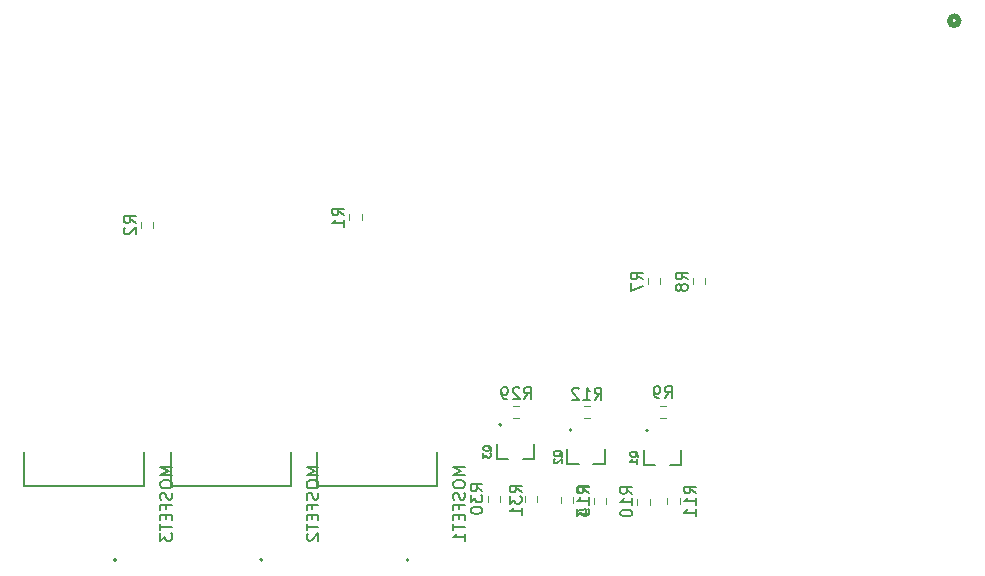
<source format=gbr>
%TF.GenerationSoftware,KiCad,Pcbnew,8.0.5*%
%TF.CreationDate,2024-10-09T10:19:28-04:00*%
%TF.ProjectId,Scout_Board,53636f75-745f-4426-9f61-72642e6b6963,rev?*%
%TF.SameCoordinates,Original*%
%TF.FileFunction,Legend,Bot*%
%TF.FilePolarity,Positive*%
%FSLAX46Y46*%
G04 Gerber Fmt 4.6, Leading zero omitted, Abs format (unit mm)*
G04 Created by KiCad (PCBNEW 8.0.5) date 2024-10-09 10:19:28*
%MOMM*%
%LPD*%
G01*
G04 APERTURE LIST*
%ADD10C,0.150000*%
%ADD11C,0.508000*%
%ADD12C,0.120000*%
%ADD13C,0.127000*%
%ADD14C,0.200000*%
G04 APERTURE END LIST*
D10*
X223052819Y-168671642D02*
X222576628Y-168338309D01*
X223052819Y-168100214D02*
X222052819Y-168100214D01*
X222052819Y-168100214D02*
X222052819Y-168481166D01*
X222052819Y-168481166D02*
X222100438Y-168576404D01*
X222100438Y-168576404D02*
X222148057Y-168624023D01*
X222148057Y-168624023D02*
X222243295Y-168671642D01*
X222243295Y-168671642D02*
X222386152Y-168671642D01*
X222386152Y-168671642D02*
X222481390Y-168624023D01*
X222481390Y-168624023D02*
X222529009Y-168576404D01*
X222529009Y-168576404D02*
X222576628Y-168481166D01*
X222576628Y-168481166D02*
X222576628Y-168100214D01*
X223052819Y-169624023D02*
X223052819Y-169052595D01*
X223052819Y-169338309D02*
X222052819Y-169338309D01*
X222052819Y-169338309D02*
X222195676Y-169243071D01*
X222195676Y-169243071D02*
X222290914Y-169147833D01*
X222290914Y-169147833D02*
X222338533Y-169052595D01*
X222052819Y-169957357D02*
X222052819Y-170576404D01*
X222052819Y-170576404D02*
X222433771Y-170243071D01*
X222433771Y-170243071D02*
X222433771Y-170385928D01*
X222433771Y-170385928D02*
X222481390Y-170481166D01*
X222481390Y-170481166D02*
X222529009Y-170528785D01*
X222529009Y-170528785D02*
X222624247Y-170576404D01*
X222624247Y-170576404D02*
X222862342Y-170576404D01*
X222862342Y-170576404D02*
X222957580Y-170528785D01*
X222957580Y-170528785D02*
X223005200Y-170481166D01*
X223005200Y-170481166D02*
X223052819Y-170385928D01*
X223052819Y-170385928D02*
X223052819Y-170100214D01*
X223052819Y-170100214D02*
X223005200Y-170004976D01*
X223005200Y-170004976D02*
X222957580Y-169957357D01*
X223118819Y-168624642D02*
X222642628Y-168291309D01*
X223118819Y-168053214D02*
X222118819Y-168053214D01*
X222118819Y-168053214D02*
X222118819Y-168434166D01*
X222118819Y-168434166D02*
X222166438Y-168529404D01*
X222166438Y-168529404D02*
X222214057Y-168577023D01*
X222214057Y-168577023D02*
X222309295Y-168624642D01*
X222309295Y-168624642D02*
X222452152Y-168624642D01*
X222452152Y-168624642D02*
X222547390Y-168577023D01*
X222547390Y-168577023D02*
X222595009Y-168529404D01*
X222595009Y-168529404D02*
X222642628Y-168434166D01*
X222642628Y-168434166D02*
X222642628Y-168053214D01*
X223118819Y-169577023D02*
X223118819Y-169005595D01*
X223118819Y-169291309D02*
X222118819Y-169291309D01*
X222118819Y-169291309D02*
X222261676Y-169196071D01*
X222261676Y-169196071D02*
X222356914Y-169100833D01*
X222356914Y-169100833D02*
X222404533Y-169005595D01*
X222452152Y-170434166D02*
X223118819Y-170434166D01*
X222071200Y-170196071D02*
X222785485Y-169957976D01*
X222785485Y-169957976D02*
X222785485Y-170577023D01*
X212559819Y-166473571D02*
X211559819Y-166473571D01*
X211559819Y-166473571D02*
X212274104Y-166806904D01*
X212274104Y-166806904D02*
X211559819Y-167140237D01*
X211559819Y-167140237D02*
X212559819Y-167140237D01*
X211559819Y-167806904D02*
X211559819Y-167997380D01*
X211559819Y-167997380D02*
X211607438Y-168092618D01*
X211607438Y-168092618D02*
X211702676Y-168187856D01*
X211702676Y-168187856D02*
X211893152Y-168235475D01*
X211893152Y-168235475D02*
X212226485Y-168235475D01*
X212226485Y-168235475D02*
X212416961Y-168187856D01*
X212416961Y-168187856D02*
X212512200Y-168092618D01*
X212512200Y-168092618D02*
X212559819Y-167997380D01*
X212559819Y-167997380D02*
X212559819Y-167806904D01*
X212559819Y-167806904D02*
X212512200Y-167711666D01*
X212512200Y-167711666D02*
X212416961Y-167616428D01*
X212416961Y-167616428D02*
X212226485Y-167568809D01*
X212226485Y-167568809D02*
X211893152Y-167568809D01*
X211893152Y-167568809D02*
X211702676Y-167616428D01*
X211702676Y-167616428D02*
X211607438Y-167711666D01*
X211607438Y-167711666D02*
X211559819Y-167806904D01*
X212512200Y-168616428D02*
X212559819Y-168759285D01*
X212559819Y-168759285D02*
X212559819Y-168997380D01*
X212559819Y-168997380D02*
X212512200Y-169092618D01*
X212512200Y-169092618D02*
X212464580Y-169140237D01*
X212464580Y-169140237D02*
X212369342Y-169187856D01*
X212369342Y-169187856D02*
X212274104Y-169187856D01*
X212274104Y-169187856D02*
X212178866Y-169140237D01*
X212178866Y-169140237D02*
X212131247Y-169092618D01*
X212131247Y-169092618D02*
X212083628Y-168997380D01*
X212083628Y-168997380D02*
X212036009Y-168806904D01*
X212036009Y-168806904D02*
X211988390Y-168711666D01*
X211988390Y-168711666D02*
X211940771Y-168664047D01*
X211940771Y-168664047D02*
X211845533Y-168616428D01*
X211845533Y-168616428D02*
X211750295Y-168616428D01*
X211750295Y-168616428D02*
X211655057Y-168664047D01*
X211655057Y-168664047D02*
X211607438Y-168711666D01*
X211607438Y-168711666D02*
X211559819Y-168806904D01*
X211559819Y-168806904D02*
X211559819Y-169044999D01*
X211559819Y-169044999D02*
X211607438Y-169187856D01*
X212036009Y-169949761D02*
X212036009Y-169616428D01*
X212559819Y-169616428D02*
X211559819Y-169616428D01*
X211559819Y-169616428D02*
X211559819Y-170092618D01*
X212036009Y-170473571D02*
X212036009Y-170806904D01*
X212559819Y-170949761D02*
X212559819Y-170473571D01*
X212559819Y-170473571D02*
X211559819Y-170473571D01*
X211559819Y-170473571D02*
X211559819Y-170949761D01*
X211559819Y-171235476D02*
X211559819Y-171806904D01*
X212559819Y-171521190D02*
X211559819Y-171521190D01*
X212559819Y-172664047D02*
X212559819Y-172092619D01*
X212559819Y-172378333D02*
X211559819Y-172378333D01*
X211559819Y-172378333D02*
X211702676Y-172283095D01*
X211702676Y-172283095D02*
X211797914Y-172187857D01*
X211797914Y-172187857D02*
X211845533Y-172092619D01*
X217558857Y-160684819D02*
X217892190Y-160208628D01*
X218130285Y-160684819D02*
X218130285Y-159684819D01*
X218130285Y-159684819D02*
X217749333Y-159684819D01*
X217749333Y-159684819D02*
X217654095Y-159732438D01*
X217654095Y-159732438D02*
X217606476Y-159780057D01*
X217606476Y-159780057D02*
X217558857Y-159875295D01*
X217558857Y-159875295D02*
X217558857Y-160018152D01*
X217558857Y-160018152D02*
X217606476Y-160113390D01*
X217606476Y-160113390D02*
X217654095Y-160161009D01*
X217654095Y-160161009D02*
X217749333Y-160208628D01*
X217749333Y-160208628D02*
X218130285Y-160208628D01*
X217177904Y-159780057D02*
X217130285Y-159732438D01*
X217130285Y-159732438D02*
X217035047Y-159684819D01*
X217035047Y-159684819D02*
X216796952Y-159684819D01*
X216796952Y-159684819D02*
X216701714Y-159732438D01*
X216701714Y-159732438D02*
X216654095Y-159780057D01*
X216654095Y-159780057D02*
X216606476Y-159875295D01*
X216606476Y-159875295D02*
X216606476Y-159970533D01*
X216606476Y-159970533D02*
X216654095Y-160113390D01*
X216654095Y-160113390D02*
X217225523Y-160684819D01*
X217225523Y-160684819D02*
X216606476Y-160684819D01*
X216130285Y-160684819D02*
X215939809Y-160684819D01*
X215939809Y-160684819D02*
X215844571Y-160637200D01*
X215844571Y-160637200D02*
X215796952Y-160589580D01*
X215796952Y-160589580D02*
X215701714Y-160446723D01*
X215701714Y-160446723D02*
X215654095Y-160256247D01*
X215654095Y-160256247D02*
X215654095Y-159875295D01*
X215654095Y-159875295D02*
X215701714Y-159780057D01*
X215701714Y-159780057D02*
X215749333Y-159732438D01*
X215749333Y-159732438D02*
X215844571Y-159684819D01*
X215844571Y-159684819D02*
X216035047Y-159684819D01*
X216035047Y-159684819D02*
X216130285Y-159732438D01*
X216130285Y-159732438D02*
X216177904Y-159780057D01*
X216177904Y-159780057D02*
X216225523Y-159875295D01*
X216225523Y-159875295D02*
X216225523Y-160113390D01*
X216225523Y-160113390D02*
X216177904Y-160208628D01*
X216177904Y-160208628D02*
X216130285Y-160256247D01*
X216130285Y-160256247D02*
X216035047Y-160303866D01*
X216035047Y-160303866D02*
X215844571Y-160303866D01*
X215844571Y-160303866D02*
X215749333Y-160256247D01*
X215749333Y-160256247D02*
X215701714Y-160208628D01*
X215701714Y-160208628D02*
X215654095Y-160113390D01*
X220821228Y-165547047D02*
X220790752Y-165486095D01*
X220790752Y-165486095D02*
X220729800Y-165425142D01*
X220729800Y-165425142D02*
X220638371Y-165333714D01*
X220638371Y-165333714D02*
X220607895Y-165272761D01*
X220607895Y-165272761D02*
X220607895Y-165211809D01*
X220760276Y-165242285D02*
X220729800Y-165181333D01*
X220729800Y-165181333D02*
X220668847Y-165120380D01*
X220668847Y-165120380D02*
X220546942Y-165089904D01*
X220546942Y-165089904D02*
X220333609Y-165089904D01*
X220333609Y-165089904D02*
X220211704Y-165120380D01*
X220211704Y-165120380D02*
X220150752Y-165181333D01*
X220150752Y-165181333D02*
X220120276Y-165242285D01*
X220120276Y-165242285D02*
X220120276Y-165364190D01*
X220120276Y-165364190D02*
X220150752Y-165425142D01*
X220150752Y-165425142D02*
X220211704Y-165486095D01*
X220211704Y-165486095D02*
X220333609Y-165516571D01*
X220333609Y-165516571D02*
X220546942Y-165516571D01*
X220546942Y-165516571D02*
X220668847Y-165486095D01*
X220668847Y-165486095D02*
X220729800Y-165425142D01*
X220729800Y-165425142D02*
X220760276Y-165364190D01*
X220760276Y-165364190D02*
X220760276Y-165242285D01*
X220181228Y-165760380D02*
X220150752Y-165790856D01*
X220150752Y-165790856D02*
X220120276Y-165851809D01*
X220120276Y-165851809D02*
X220120276Y-166004190D01*
X220120276Y-166004190D02*
X220150752Y-166065142D01*
X220150752Y-166065142D02*
X220181228Y-166095618D01*
X220181228Y-166095618D02*
X220242180Y-166126095D01*
X220242180Y-166126095D02*
X220303133Y-166126095D01*
X220303133Y-166126095D02*
X220394561Y-166095618D01*
X220394561Y-166095618D02*
X220760276Y-165729904D01*
X220760276Y-165729904D02*
X220760276Y-166126095D01*
X217370819Y-168580642D02*
X216894628Y-168247309D01*
X217370819Y-168009214D02*
X216370819Y-168009214D01*
X216370819Y-168009214D02*
X216370819Y-168390166D01*
X216370819Y-168390166D02*
X216418438Y-168485404D01*
X216418438Y-168485404D02*
X216466057Y-168533023D01*
X216466057Y-168533023D02*
X216561295Y-168580642D01*
X216561295Y-168580642D02*
X216704152Y-168580642D01*
X216704152Y-168580642D02*
X216799390Y-168533023D01*
X216799390Y-168533023D02*
X216847009Y-168485404D01*
X216847009Y-168485404D02*
X216894628Y-168390166D01*
X216894628Y-168390166D02*
X216894628Y-168009214D01*
X216370819Y-168913976D02*
X216370819Y-169533023D01*
X216370819Y-169533023D02*
X216751771Y-169199690D01*
X216751771Y-169199690D02*
X216751771Y-169342547D01*
X216751771Y-169342547D02*
X216799390Y-169437785D01*
X216799390Y-169437785D02*
X216847009Y-169485404D01*
X216847009Y-169485404D02*
X216942247Y-169533023D01*
X216942247Y-169533023D02*
X217180342Y-169533023D01*
X217180342Y-169533023D02*
X217275580Y-169485404D01*
X217275580Y-169485404D02*
X217323200Y-169437785D01*
X217323200Y-169437785D02*
X217370819Y-169342547D01*
X217370819Y-169342547D02*
X217370819Y-169056833D01*
X217370819Y-169056833D02*
X217323200Y-168961595D01*
X217323200Y-168961595D02*
X217275580Y-168913976D01*
X217370819Y-170485404D02*
X217370819Y-169913976D01*
X217370819Y-170199690D02*
X216370819Y-170199690D01*
X216370819Y-170199690D02*
X216513676Y-170104452D01*
X216513676Y-170104452D02*
X216608914Y-170009214D01*
X216608914Y-170009214D02*
X216656533Y-169913976D01*
X229500166Y-160596819D02*
X229833499Y-160120628D01*
X230071594Y-160596819D02*
X230071594Y-159596819D01*
X230071594Y-159596819D02*
X229690642Y-159596819D01*
X229690642Y-159596819D02*
X229595404Y-159644438D01*
X229595404Y-159644438D02*
X229547785Y-159692057D01*
X229547785Y-159692057D02*
X229500166Y-159787295D01*
X229500166Y-159787295D02*
X229500166Y-159930152D01*
X229500166Y-159930152D02*
X229547785Y-160025390D01*
X229547785Y-160025390D02*
X229595404Y-160073009D01*
X229595404Y-160073009D02*
X229690642Y-160120628D01*
X229690642Y-160120628D02*
X230071594Y-160120628D01*
X229023975Y-160596819D02*
X228833499Y-160596819D01*
X228833499Y-160596819D02*
X228738261Y-160549200D01*
X228738261Y-160549200D02*
X228690642Y-160501580D01*
X228690642Y-160501580D02*
X228595404Y-160358723D01*
X228595404Y-160358723D02*
X228547785Y-160168247D01*
X228547785Y-160168247D02*
X228547785Y-159787295D01*
X228547785Y-159787295D02*
X228595404Y-159692057D01*
X228595404Y-159692057D02*
X228643023Y-159644438D01*
X228643023Y-159644438D02*
X228738261Y-159596819D01*
X228738261Y-159596819D02*
X228928737Y-159596819D01*
X228928737Y-159596819D02*
X229023975Y-159644438D01*
X229023975Y-159644438D02*
X229071594Y-159692057D01*
X229071594Y-159692057D02*
X229119213Y-159787295D01*
X229119213Y-159787295D02*
X229119213Y-160025390D01*
X229119213Y-160025390D02*
X229071594Y-160120628D01*
X229071594Y-160120628D02*
X229023975Y-160168247D01*
X229023975Y-160168247D02*
X228928737Y-160215866D01*
X228928737Y-160215866D02*
X228738261Y-160215866D01*
X228738261Y-160215866D02*
X228643023Y-160168247D01*
X228643023Y-160168247D02*
X228595404Y-160120628D01*
X228595404Y-160120628D02*
X228547785Y-160025390D01*
X214821328Y-165071047D02*
X214790852Y-165010095D01*
X214790852Y-165010095D02*
X214729900Y-164949142D01*
X214729900Y-164949142D02*
X214638471Y-164857714D01*
X214638471Y-164857714D02*
X214607995Y-164796761D01*
X214607995Y-164796761D02*
X214607995Y-164735809D01*
X214760376Y-164766285D02*
X214729900Y-164705333D01*
X214729900Y-164705333D02*
X214668947Y-164644380D01*
X214668947Y-164644380D02*
X214547042Y-164613904D01*
X214547042Y-164613904D02*
X214333709Y-164613904D01*
X214333709Y-164613904D02*
X214211804Y-164644380D01*
X214211804Y-164644380D02*
X214150852Y-164705333D01*
X214150852Y-164705333D02*
X214120376Y-164766285D01*
X214120376Y-164766285D02*
X214120376Y-164888190D01*
X214120376Y-164888190D02*
X214150852Y-164949142D01*
X214150852Y-164949142D02*
X214211804Y-165010095D01*
X214211804Y-165010095D02*
X214333709Y-165040571D01*
X214333709Y-165040571D02*
X214547042Y-165040571D01*
X214547042Y-165040571D02*
X214668947Y-165010095D01*
X214668947Y-165010095D02*
X214729900Y-164949142D01*
X214729900Y-164949142D02*
X214760376Y-164888190D01*
X214760376Y-164888190D02*
X214760376Y-164766285D01*
X214120376Y-165253904D02*
X214120376Y-165650095D01*
X214120376Y-165650095D02*
X214364185Y-165436761D01*
X214364185Y-165436761D02*
X214364185Y-165528190D01*
X214364185Y-165528190D02*
X214394661Y-165589142D01*
X214394661Y-165589142D02*
X214425138Y-165619618D01*
X214425138Y-165619618D02*
X214486090Y-165650095D01*
X214486090Y-165650095D02*
X214638471Y-165650095D01*
X214638471Y-165650095D02*
X214699423Y-165619618D01*
X214699423Y-165619618D02*
X214729900Y-165589142D01*
X214729900Y-165589142D02*
X214760376Y-165528190D01*
X214760376Y-165528190D02*
X214760376Y-165345333D01*
X214760376Y-165345333D02*
X214729900Y-165284380D01*
X214729900Y-165284380D02*
X214699423Y-165253904D01*
X227238828Y-165579047D02*
X227208352Y-165518095D01*
X227208352Y-165518095D02*
X227147400Y-165457142D01*
X227147400Y-165457142D02*
X227055971Y-165365714D01*
X227055971Y-165365714D02*
X227025495Y-165304761D01*
X227025495Y-165304761D02*
X227025495Y-165243809D01*
X227177876Y-165274285D02*
X227147400Y-165213333D01*
X227147400Y-165213333D02*
X227086447Y-165152380D01*
X227086447Y-165152380D02*
X226964542Y-165121904D01*
X226964542Y-165121904D02*
X226751209Y-165121904D01*
X226751209Y-165121904D02*
X226629304Y-165152380D01*
X226629304Y-165152380D02*
X226568352Y-165213333D01*
X226568352Y-165213333D02*
X226537876Y-165274285D01*
X226537876Y-165274285D02*
X226537876Y-165396190D01*
X226537876Y-165396190D02*
X226568352Y-165457142D01*
X226568352Y-165457142D02*
X226629304Y-165518095D01*
X226629304Y-165518095D02*
X226751209Y-165548571D01*
X226751209Y-165548571D02*
X226964542Y-165548571D01*
X226964542Y-165548571D02*
X227086447Y-165518095D01*
X227086447Y-165518095D02*
X227147400Y-165457142D01*
X227147400Y-165457142D02*
X227177876Y-165396190D01*
X227177876Y-165396190D02*
X227177876Y-165274285D01*
X227177876Y-166158095D02*
X227177876Y-165792380D01*
X227177876Y-165975237D02*
X226537876Y-165975237D01*
X226537876Y-165975237D02*
X226629304Y-165914285D01*
X226629304Y-165914285D02*
X226690257Y-165853333D01*
X226690257Y-165853333D02*
X226720733Y-165792380D01*
X231434819Y-150558833D02*
X230958628Y-150225500D01*
X231434819Y-149987405D02*
X230434819Y-149987405D01*
X230434819Y-149987405D02*
X230434819Y-150368357D01*
X230434819Y-150368357D02*
X230482438Y-150463595D01*
X230482438Y-150463595D02*
X230530057Y-150511214D01*
X230530057Y-150511214D02*
X230625295Y-150558833D01*
X230625295Y-150558833D02*
X230768152Y-150558833D01*
X230768152Y-150558833D02*
X230863390Y-150511214D01*
X230863390Y-150511214D02*
X230911009Y-150463595D01*
X230911009Y-150463595D02*
X230958628Y-150368357D01*
X230958628Y-150368357D02*
X230958628Y-149987405D01*
X230863390Y-151130262D02*
X230815771Y-151035024D01*
X230815771Y-151035024D02*
X230768152Y-150987405D01*
X230768152Y-150987405D02*
X230672914Y-150939786D01*
X230672914Y-150939786D02*
X230625295Y-150939786D01*
X230625295Y-150939786D02*
X230530057Y-150987405D01*
X230530057Y-150987405D02*
X230482438Y-151035024D01*
X230482438Y-151035024D02*
X230434819Y-151130262D01*
X230434819Y-151130262D02*
X230434819Y-151320738D01*
X230434819Y-151320738D02*
X230482438Y-151415976D01*
X230482438Y-151415976D02*
X230530057Y-151463595D01*
X230530057Y-151463595D02*
X230625295Y-151511214D01*
X230625295Y-151511214D02*
X230672914Y-151511214D01*
X230672914Y-151511214D02*
X230768152Y-151463595D01*
X230768152Y-151463595D02*
X230815771Y-151415976D01*
X230815771Y-151415976D02*
X230863390Y-151320738D01*
X230863390Y-151320738D02*
X230863390Y-151130262D01*
X230863390Y-151130262D02*
X230911009Y-151035024D01*
X230911009Y-151035024D02*
X230958628Y-150987405D01*
X230958628Y-150987405D02*
X231053866Y-150939786D01*
X231053866Y-150939786D02*
X231244342Y-150939786D01*
X231244342Y-150939786D02*
X231339580Y-150987405D01*
X231339580Y-150987405D02*
X231387200Y-151035024D01*
X231387200Y-151035024D02*
X231434819Y-151130262D01*
X231434819Y-151130262D02*
X231434819Y-151320738D01*
X231434819Y-151320738D02*
X231387200Y-151415976D01*
X231387200Y-151415976D02*
X231339580Y-151463595D01*
X231339580Y-151463595D02*
X231244342Y-151511214D01*
X231244342Y-151511214D02*
X231053866Y-151511214D01*
X231053866Y-151511214D02*
X230958628Y-151463595D01*
X230958628Y-151463595D02*
X230911009Y-151415976D01*
X230911009Y-151415976D02*
X230863390Y-151320738D01*
X232130819Y-168668642D02*
X231654628Y-168335309D01*
X232130819Y-168097214D02*
X231130819Y-168097214D01*
X231130819Y-168097214D02*
X231130819Y-168478166D01*
X231130819Y-168478166D02*
X231178438Y-168573404D01*
X231178438Y-168573404D02*
X231226057Y-168621023D01*
X231226057Y-168621023D02*
X231321295Y-168668642D01*
X231321295Y-168668642D02*
X231464152Y-168668642D01*
X231464152Y-168668642D02*
X231559390Y-168621023D01*
X231559390Y-168621023D02*
X231607009Y-168573404D01*
X231607009Y-168573404D02*
X231654628Y-168478166D01*
X231654628Y-168478166D02*
X231654628Y-168097214D01*
X232130819Y-169621023D02*
X232130819Y-169049595D01*
X232130819Y-169335309D02*
X231130819Y-169335309D01*
X231130819Y-169335309D02*
X231273676Y-169240071D01*
X231273676Y-169240071D02*
X231368914Y-169144833D01*
X231368914Y-169144833D02*
X231416533Y-169049595D01*
X232130819Y-170573404D02*
X232130819Y-170001976D01*
X232130819Y-170287690D02*
X231130819Y-170287690D01*
X231130819Y-170287690D02*
X231273676Y-170192452D01*
X231273676Y-170192452D02*
X231368914Y-170097214D01*
X231368914Y-170097214D02*
X231416533Y-170001976D01*
X226730819Y-168715642D02*
X226254628Y-168382309D01*
X226730819Y-168144214D02*
X225730819Y-168144214D01*
X225730819Y-168144214D02*
X225730819Y-168525166D01*
X225730819Y-168525166D02*
X225778438Y-168620404D01*
X225778438Y-168620404D02*
X225826057Y-168668023D01*
X225826057Y-168668023D02*
X225921295Y-168715642D01*
X225921295Y-168715642D02*
X226064152Y-168715642D01*
X226064152Y-168715642D02*
X226159390Y-168668023D01*
X226159390Y-168668023D02*
X226207009Y-168620404D01*
X226207009Y-168620404D02*
X226254628Y-168525166D01*
X226254628Y-168525166D02*
X226254628Y-168144214D01*
X226730819Y-169668023D02*
X226730819Y-169096595D01*
X226730819Y-169382309D02*
X225730819Y-169382309D01*
X225730819Y-169382309D02*
X225873676Y-169287071D01*
X225873676Y-169287071D02*
X225968914Y-169191833D01*
X225968914Y-169191833D02*
X226016533Y-169096595D01*
X225730819Y-170287071D02*
X225730819Y-170382309D01*
X225730819Y-170382309D02*
X225778438Y-170477547D01*
X225778438Y-170477547D02*
X225826057Y-170525166D01*
X225826057Y-170525166D02*
X225921295Y-170572785D01*
X225921295Y-170572785D02*
X226111771Y-170620404D01*
X226111771Y-170620404D02*
X226349866Y-170620404D01*
X226349866Y-170620404D02*
X226540342Y-170572785D01*
X226540342Y-170572785D02*
X226635580Y-170525166D01*
X226635580Y-170525166D02*
X226683200Y-170477547D01*
X226683200Y-170477547D02*
X226730819Y-170382309D01*
X226730819Y-170382309D02*
X226730819Y-170287071D01*
X226730819Y-170287071D02*
X226683200Y-170191833D01*
X226683200Y-170191833D02*
X226635580Y-170144214D01*
X226635580Y-170144214D02*
X226540342Y-170096595D01*
X226540342Y-170096595D02*
X226349866Y-170048976D01*
X226349866Y-170048976D02*
X226111771Y-170048976D01*
X226111771Y-170048976D02*
X225921295Y-170096595D01*
X225921295Y-170096595D02*
X225826057Y-170144214D01*
X225826057Y-170144214D02*
X225778438Y-170191833D01*
X225778438Y-170191833D02*
X225730819Y-170287071D01*
X202328319Y-145121333D02*
X201852128Y-144788000D01*
X202328319Y-144549905D02*
X201328319Y-144549905D01*
X201328319Y-144549905D02*
X201328319Y-144930857D01*
X201328319Y-144930857D02*
X201375938Y-145026095D01*
X201375938Y-145026095D02*
X201423557Y-145073714D01*
X201423557Y-145073714D02*
X201518795Y-145121333D01*
X201518795Y-145121333D02*
X201661652Y-145121333D01*
X201661652Y-145121333D02*
X201756890Y-145073714D01*
X201756890Y-145073714D02*
X201804509Y-145026095D01*
X201804509Y-145026095D02*
X201852128Y-144930857D01*
X201852128Y-144930857D02*
X201852128Y-144549905D01*
X202328319Y-146073714D02*
X202328319Y-145502286D01*
X202328319Y-145788000D02*
X201328319Y-145788000D01*
X201328319Y-145788000D02*
X201471176Y-145692762D01*
X201471176Y-145692762D02*
X201566414Y-145597524D01*
X201566414Y-145597524D02*
X201614033Y-145502286D01*
X184698819Y-145779833D02*
X184222628Y-145446500D01*
X184698819Y-145208405D02*
X183698819Y-145208405D01*
X183698819Y-145208405D02*
X183698819Y-145589357D01*
X183698819Y-145589357D02*
X183746438Y-145684595D01*
X183746438Y-145684595D02*
X183794057Y-145732214D01*
X183794057Y-145732214D02*
X183889295Y-145779833D01*
X183889295Y-145779833D02*
X184032152Y-145779833D01*
X184032152Y-145779833D02*
X184127390Y-145732214D01*
X184127390Y-145732214D02*
X184175009Y-145684595D01*
X184175009Y-145684595D02*
X184222628Y-145589357D01*
X184222628Y-145589357D02*
X184222628Y-145208405D01*
X183794057Y-146160786D02*
X183746438Y-146208405D01*
X183746438Y-146208405D02*
X183698819Y-146303643D01*
X183698819Y-146303643D02*
X183698819Y-146541738D01*
X183698819Y-146541738D02*
X183746438Y-146636976D01*
X183746438Y-146636976D02*
X183794057Y-146684595D01*
X183794057Y-146684595D02*
X183889295Y-146732214D01*
X183889295Y-146732214D02*
X183984533Y-146732214D01*
X183984533Y-146732214D02*
X184127390Y-146684595D01*
X184127390Y-146684595D02*
X184698819Y-146113167D01*
X184698819Y-146113167D02*
X184698819Y-146732214D01*
X227624819Y-150558833D02*
X227148628Y-150225500D01*
X227624819Y-149987405D02*
X226624819Y-149987405D01*
X226624819Y-149987405D02*
X226624819Y-150368357D01*
X226624819Y-150368357D02*
X226672438Y-150463595D01*
X226672438Y-150463595D02*
X226720057Y-150511214D01*
X226720057Y-150511214D02*
X226815295Y-150558833D01*
X226815295Y-150558833D02*
X226958152Y-150558833D01*
X226958152Y-150558833D02*
X227053390Y-150511214D01*
X227053390Y-150511214D02*
X227101009Y-150463595D01*
X227101009Y-150463595D02*
X227148628Y-150368357D01*
X227148628Y-150368357D02*
X227148628Y-149987405D01*
X226624819Y-150892167D02*
X226624819Y-151558833D01*
X226624819Y-151558833D02*
X227624819Y-151130262D01*
X200169819Y-166473571D02*
X199169819Y-166473571D01*
X199169819Y-166473571D02*
X199884104Y-166806904D01*
X199884104Y-166806904D02*
X199169819Y-167140237D01*
X199169819Y-167140237D02*
X200169819Y-167140237D01*
X199169819Y-167806904D02*
X199169819Y-167997380D01*
X199169819Y-167997380D02*
X199217438Y-168092618D01*
X199217438Y-168092618D02*
X199312676Y-168187856D01*
X199312676Y-168187856D02*
X199503152Y-168235475D01*
X199503152Y-168235475D02*
X199836485Y-168235475D01*
X199836485Y-168235475D02*
X200026961Y-168187856D01*
X200026961Y-168187856D02*
X200122200Y-168092618D01*
X200122200Y-168092618D02*
X200169819Y-167997380D01*
X200169819Y-167997380D02*
X200169819Y-167806904D01*
X200169819Y-167806904D02*
X200122200Y-167711666D01*
X200122200Y-167711666D02*
X200026961Y-167616428D01*
X200026961Y-167616428D02*
X199836485Y-167568809D01*
X199836485Y-167568809D02*
X199503152Y-167568809D01*
X199503152Y-167568809D02*
X199312676Y-167616428D01*
X199312676Y-167616428D02*
X199217438Y-167711666D01*
X199217438Y-167711666D02*
X199169819Y-167806904D01*
X200122200Y-168616428D02*
X200169819Y-168759285D01*
X200169819Y-168759285D02*
X200169819Y-168997380D01*
X200169819Y-168997380D02*
X200122200Y-169092618D01*
X200122200Y-169092618D02*
X200074580Y-169140237D01*
X200074580Y-169140237D02*
X199979342Y-169187856D01*
X199979342Y-169187856D02*
X199884104Y-169187856D01*
X199884104Y-169187856D02*
X199788866Y-169140237D01*
X199788866Y-169140237D02*
X199741247Y-169092618D01*
X199741247Y-169092618D02*
X199693628Y-168997380D01*
X199693628Y-168997380D02*
X199646009Y-168806904D01*
X199646009Y-168806904D02*
X199598390Y-168711666D01*
X199598390Y-168711666D02*
X199550771Y-168664047D01*
X199550771Y-168664047D02*
X199455533Y-168616428D01*
X199455533Y-168616428D02*
X199360295Y-168616428D01*
X199360295Y-168616428D02*
X199265057Y-168664047D01*
X199265057Y-168664047D02*
X199217438Y-168711666D01*
X199217438Y-168711666D02*
X199169819Y-168806904D01*
X199169819Y-168806904D02*
X199169819Y-169044999D01*
X199169819Y-169044999D02*
X199217438Y-169187856D01*
X199646009Y-169949761D02*
X199646009Y-169616428D01*
X200169819Y-169616428D02*
X199169819Y-169616428D01*
X199169819Y-169616428D02*
X199169819Y-170092618D01*
X199646009Y-170473571D02*
X199646009Y-170806904D01*
X200169819Y-170949761D02*
X200169819Y-170473571D01*
X200169819Y-170473571D02*
X199169819Y-170473571D01*
X199169819Y-170473571D02*
X199169819Y-170949761D01*
X199169819Y-171235476D02*
X199169819Y-171806904D01*
X200169819Y-171521190D02*
X199169819Y-171521190D01*
X199265057Y-172092619D02*
X199217438Y-172140238D01*
X199217438Y-172140238D02*
X199169819Y-172235476D01*
X199169819Y-172235476D02*
X199169819Y-172473571D01*
X199169819Y-172473571D02*
X199217438Y-172568809D01*
X199217438Y-172568809D02*
X199265057Y-172616428D01*
X199265057Y-172616428D02*
X199360295Y-172664047D01*
X199360295Y-172664047D02*
X199455533Y-172664047D01*
X199455533Y-172664047D02*
X199598390Y-172616428D01*
X199598390Y-172616428D02*
X200169819Y-172045000D01*
X200169819Y-172045000D02*
X200169819Y-172664047D01*
X214059319Y-168477142D02*
X213583128Y-168143809D01*
X214059319Y-167905714D02*
X213059319Y-167905714D01*
X213059319Y-167905714D02*
X213059319Y-168286666D01*
X213059319Y-168286666D02*
X213106938Y-168381904D01*
X213106938Y-168381904D02*
X213154557Y-168429523D01*
X213154557Y-168429523D02*
X213249795Y-168477142D01*
X213249795Y-168477142D02*
X213392652Y-168477142D01*
X213392652Y-168477142D02*
X213487890Y-168429523D01*
X213487890Y-168429523D02*
X213535509Y-168381904D01*
X213535509Y-168381904D02*
X213583128Y-168286666D01*
X213583128Y-168286666D02*
X213583128Y-167905714D01*
X213059319Y-168810476D02*
X213059319Y-169429523D01*
X213059319Y-169429523D02*
X213440271Y-169096190D01*
X213440271Y-169096190D02*
X213440271Y-169239047D01*
X213440271Y-169239047D02*
X213487890Y-169334285D01*
X213487890Y-169334285D02*
X213535509Y-169381904D01*
X213535509Y-169381904D02*
X213630747Y-169429523D01*
X213630747Y-169429523D02*
X213868842Y-169429523D01*
X213868842Y-169429523D02*
X213964080Y-169381904D01*
X213964080Y-169381904D02*
X214011700Y-169334285D01*
X214011700Y-169334285D02*
X214059319Y-169239047D01*
X214059319Y-169239047D02*
X214059319Y-168953333D01*
X214059319Y-168953333D02*
X214011700Y-168858095D01*
X214011700Y-168858095D02*
X213964080Y-168810476D01*
X213059319Y-170048571D02*
X213059319Y-170143809D01*
X213059319Y-170143809D02*
X213106938Y-170239047D01*
X213106938Y-170239047D02*
X213154557Y-170286666D01*
X213154557Y-170286666D02*
X213249795Y-170334285D01*
X213249795Y-170334285D02*
X213440271Y-170381904D01*
X213440271Y-170381904D02*
X213678366Y-170381904D01*
X213678366Y-170381904D02*
X213868842Y-170334285D01*
X213868842Y-170334285D02*
X213964080Y-170286666D01*
X213964080Y-170286666D02*
X214011700Y-170239047D01*
X214011700Y-170239047D02*
X214059319Y-170143809D01*
X214059319Y-170143809D02*
X214059319Y-170048571D01*
X214059319Y-170048571D02*
X214011700Y-169953333D01*
X214011700Y-169953333D02*
X213964080Y-169905714D01*
X213964080Y-169905714D02*
X213868842Y-169858095D01*
X213868842Y-169858095D02*
X213678366Y-169810476D01*
X213678366Y-169810476D02*
X213440271Y-169810476D01*
X213440271Y-169810476D02*
X213249795Y-169858095D01*
X213249795Y-169858095D02*
X213154557Y-169905714D01*
X213154557Y-169905714D02*
X213106938Y-169953333D01*
X213106938Y-169953333D02*
X213059319Y-170048571D01*
X187779819Y-166473571D02*
X186779819Y-166473571D01*
X186779819Y-166473571D02*
X187494104Y-166806904D01*
X187494104Y-166806904D02*
X186779819Y-167140237D01*
X186779819Y-167140237D02*
X187779819Y-167140237D01*
X186779819Y-167806904D02*
X186779819Y-167997380D01*
X186779819Y-167997380D02*
X186827438Y-168092618D01*
X186827438Y-168092618D02*
X186922676Y-168187856D01*
X186922676Y-168187856D02*
X187113152Y-168235475D01*
X187113152Y-168235475D02*
X187446485Y-168235475D01*
X187446485Y-168235475D02*
X187636961Y-168187856D01*
X187636961Y-168187856D02*
X187732200Y-168092618D01*
X187732200Y-168092618D02*
X187779819Y-167997380D01*
X187779819Y-167997380D02*
X187779819Y-167806904D01*
X187779819Y-167806904D02*
X187732200Y-167711666D01*
X187732200Y-167711666D02*
X187636961Y-167616428D01*
X187636961Y-167616428D02*
X187446485Y-167568809D01*
X187446485Y-167568809D02*
X187113152Y-167568809D01*
X187113152Y-167568809D02*
X186922676Y-167616428D01*
X186922676Y-167616428D02*
X186827438Y-167711666D01*
X186827438Y-167711666D02*
X186779819Y-167806904D01*
X187732200Y-168616428D02*
X187779819Y-168759285D01*
X187779819Y-168759285D02*
X187779819Y-168997380D01*
X187779819Y-168997380D02*
X187732200Y-169092618D01*
X187732200Y-169092618D02*
X187684580Y-169140237D01*
X187684580Y-169140237D02*
X187589342Y-169187856D01*
X187589342Y-169187856D02*
X187494104Y-169187856D01*
X187494104Y-169187856D02*
X187398866Y-169140237D01*
X187398866Y-169140237D02*
X187351247Y-169092618D01*
X187351247Y-169092618D02*
X187303628Y-168997380D01*
X187303628Y-168997380D02*
X187256009Y-168806904D01*
X187256009Y-168806904D02*
X187208390Y-168711666D01*
X187208390Y-168711666D02*
X187160771Y-168664047D01*
X187160771Y-168664047D02*
X187065533Y-168616428D01*
X187065533Y-168616428D02*
X186970295Y-168616428D01*
X186970295Y-168616428D02*
X186875057Y-168664047D01*
X186875057Y-168664047D02*
X186827438Y-168711666D01*
X186827438Y-168711666D02*
X186779819Y-168806904D01*
X186779819Y-168806904D02*
X186779819Y-169044999D01*
X186779819Y-169044999D02*
X186827438Y-169187856D01*
X187256009Y-169949761D02*
X187256009Y-169616428D01*
X187779819Y-169616428D02*
X186779819Y-169616428D01*
X186779819Y-169616428D02*
X186779819Y-170092618D01*
X187256009Y-170473571D02*
X187256009Y-170806904D01*
X187779819Y-170949761D02*
X187779819Y-170473571D01*
X187779819Y-170473571D02*
X186779819Y-170473571D01*
X186779819Y-170473571D02*
X186779819Y-170949761D01*
X186779819Y-171235476D02*
X186779819Y-171806904D01*
X187779819Y-171521190D02*
X186779819Y-171521190D01*
X186779819Y-172045000D02*
X186779819Y-172664047D01*
X186779819Y-172664047D02*
X187160771Y-172330714D01*
X187160771Y-172330714D02*
X187160771Y-172473571D01*
X187160771Y-172473571D02*
X187208390Y-172568809D01*
X187208390Y-172568809D02*
X187256009Y-172616428D01*
X187256009Y-172616428D02*
X187351247Y-172664047D01*
X187351247Y-172664047D02*
X187589342Y-172664047D01*
X187589342Y-172664047D02*
X187684580Y-172616428D01*
X187684580Y-172616428D02*
X187732200Y-172568809D01*
X187732200Y-172568809D02*
X187779819Y-172473571D01*
X187779819Y-172473571D02*
X187779819Y-172187857D01*
X187779819Y-172187857D02*
X187732200Y-172092619D01*
X187732200Y-172092619D02*
X187684580Y-172045000D01*
X223551357Y-160728819D02*
X223884690Y-160252628D01*
X224122785Y-160728819D02*
X224122785Y-159728819D01*
X224122785Y-159728819D02*
X223741833Y-159728819D01*
X223741833Y-159728819D02*
X223646595Y-159776438D01*
X223646595Y-159776438D02*
X223598976Y-159824057D01*
X223598976Y-159824057D02*
X223551357Y-159919295D01*
X223551357Y-159919295D02*
X223551357Y-160062152D01*
X223551357Y-160062152D02*
X223598976Y-160157390D01*
X223598976Y-160157390D02*
X223646595Y-160205009D01*
X223646595Y-160205009D02*
X223741833Y-160252628D01*
X223741833Y-160252628D02*
X224122785Y-160252628D01*
X222598976Y-160728819D02*
X223170404Y-160728819D01*
X222884690Y-160728819D02*
X222884690Y-159728819D01*
X222884690Y-159728819D02*
X222979928Y-159871676D01*
X222979928Y-159871676D02*
X223075166Y-159966914D01*
X223075166Y-159966914D02*
X223170404Y-160014533D01*
X222218023Y-159824057D02*
X222170404Y-159776438D01*
X222170404Y-159776438D02*
X222075166Y-159728819D01*
X222075166Y-159728819D02*
X221837071Y-159728819D01*
X221837071Y-159728819D02*
X221741833Y-159776438D01*
X221741833Y-159776438D02*
X221694214Y-159824057D01*
X221694214Y-159824057D02*
X221646595Y-159919295D01*
X221646595Y-159919295D02*
X221646595Y-160014533D01*
X221646595Y-160014533D02*
X221694214Y-160157390D01*
X221694214Y-160157390D02*
X222265642Y-160728819D01*
X222265642Y-160728819D02*
X221646595Y-160728819D01*
D11*
%TO.C,J3*%
X254381000Y-128651000D02*
G75*
G02*
X253619000Y-128651000I-381000J0D01*
G01*
X253619000Y-128651000D02*
G75*
G02*
X254381000Y-128651000I381000J0D01*
G01*
D12*
%TO.C,R13*%
X223505500Y-169569224D02*
X223505500Y-169059776D01*
X224550500Y-169569224D02*
X224550500Y-169059776D01*
%TO.C,R14*%
X220711500Y-169012776D02*
X220711500Y-169522224D01*
X221756500Y-169012776D02*
X221756500Y-169522224D01*
D13*
%TO.C,MOSFET1*%
X200040000Y-165150000D02*
X200040000Y-168050000D01*
X200040000Y-168050000D02*
X210200000Y-168050000D01*
X210200000Y-168050000D02*
X210200000Y-165150000D01*
D14*
X207820000Y-174300000D02*
G75*
G02*
X207620000Y-174300000I-100000J0D01*
G01*
X207620000Y-174300000D02*
G75*
G02*
X207820000Y-174300000I100000J0D01*
G01*
D12*
%TO.C,R29*%
X217170724Y-161231500D02*
X216661276Y-161231500D01*
X217170724Y-162276500D02*
X216661276Y-162276500D01*
D13*
%TO.C,Q2*%
X221254000Y-166214000D02*
X221254000Y-164914000D01*
X222204000Y-166214000D02*
X221254000Y-166214000D01*
X223444000Y-166214000D02*
X224394000Y-166214000D01*
X224394000Y-166214000D02*
X224394000Y-164914000D01*
D14*
X221624000Y-163314000D02*
G75*
G02*
X221424000Y-163314000I-100000J0D01*
G01*
X221424000Y-163314000D02*
G75*
G02*
X221624000Y-163314000I100000J0D01*
G01*
D12*
%TO.C,R31*%
X217663500Y-168865276D02*
X217663500Y-169374724D01*
X218708500Y-168865276D02*
X218708500Y-169374724D01*
%TO.C,R9*%
X229588224Y-161231500D02*
X229078776Y-161231500D01*
X229588224Y-162276500D02*
X229078776Y-162276500D01*
D13*
%TO.C,Q3*%
X215308500Y-165750000D02*
X215308500Y-164450000D01*
X216258500Y-165750000D02*
X215308500Y-165750000D01*
X217498500Y-165750000D02*
X218448500Y-165750000D01*
X218448500Y-165750000D02*
X218448500Y-164450000D01*
D14*
X215678500Y-162850000D02*
G75*
G02*
X215478500Y-162850000I-100000J0D01*
G01*
X215478500Y-162850000D02*
G75*
G02*
X215678500Y-162850000I100000J0D01*
G01*
D13*
%TO.C,Q1*%
X227726000Y-166258000D02*
X227726000Y-164958000D01*
X228676000Y-166258000D02*
X227726000Y-166258000D01*
X229916000Y-166258000D02*
X230866000Y-166258000D01*
X230866000Y-166258000D02*
X230866000Y-164958000D01*
D14*
X228096000Y-163358000D02*
G75*
G02*
X227896000Y-163358000I-100000J0D01*
G01*
X227896000Y-163358000D02*
G75*
G02*
X228096000Y-163358000I100000J0D01*
G01*
D12*
%TO.C,R8*%
X231887500Y-150980224D02*
X231887500Y-150470776D01*
X232932500Y-150980224D02*
X232932500Y-150470776D01*
%TO.C,R11*%
X229723500Y-169056776D02*
X229723500Y-169566224D01*
X230768500Y-169056776D02*
X230768500Y-169566224D01*
%TO.C,R10*%
X227183500Y-169613224D02*
X227183500Y-169103776D01*
X228228500Y-169613224D02*
X228228500Y-169103776D01*
%TO.C,R1*%
X202781000Y-145542724D02*
X202781000Y-145033276D01*
X203826000Y-145542724D02*
X203826000Y-145033276D01*
%TO.C,R2*%
X185151500Y-146201224D02*
X185151500Y-145691776D01*
X186196500Y-146201224D02*
X186196500Y-145691776D01*
%TO.C,R7*%
X228077500Y-150980224D02*
X228077500Y-150470776D01*
X229122500Y-150980224D02*
X229122500Y-150470776D01*
D13*
%TO.C,MOSFET2*%
X187650000Y-165150000D02*
X187650000Y-168050000D01*
X187650000Y-168050000D02*
X197810000Y-168050000D01*
X197810000Y-168050000D02*
X197810000Y-165150000D01*
D14*
X195430000Y-174300000D02*
G75*
G02*
X195230000Y-174300000I-100000J0D01*
G01*
X195230000Y-174300000D02*
G75*
G02*
X195430000Y-174300000I100000J0D01*
G01*
D12*
%TO.C,R30*%
X214512000Y-169374724D02*
X214512000Y-168865276D01*
X215557000Y-169374724D02*
X215557000Y-168865276D01*
D13*
%TO.C,MOSFET3*%
X175260000Y-165150000D02*
X175260000Y-168050000D01*
X175260000Y-168050000D02*
X185420000Y-168050000D01*
X185420000Y-168050000D02*
X185420000Y-165150000D01*
D14*
X183040000Y-174300000D02*
G75*
G02*
X182840000Y-174300000I-100000J0D01*
G01*
X182840000Y-174300000D02*
G75*
G02*
X183040000Y-174300000I100000J0D01*
G01*
D12*
%TO.C,R12*%
X223163224Y-161275500D02*
X222653776Y-161275500D01*
X223163224Y-162320500D02*
X222653776Y-162320500D01*
%TD*%
M02*

</source>
